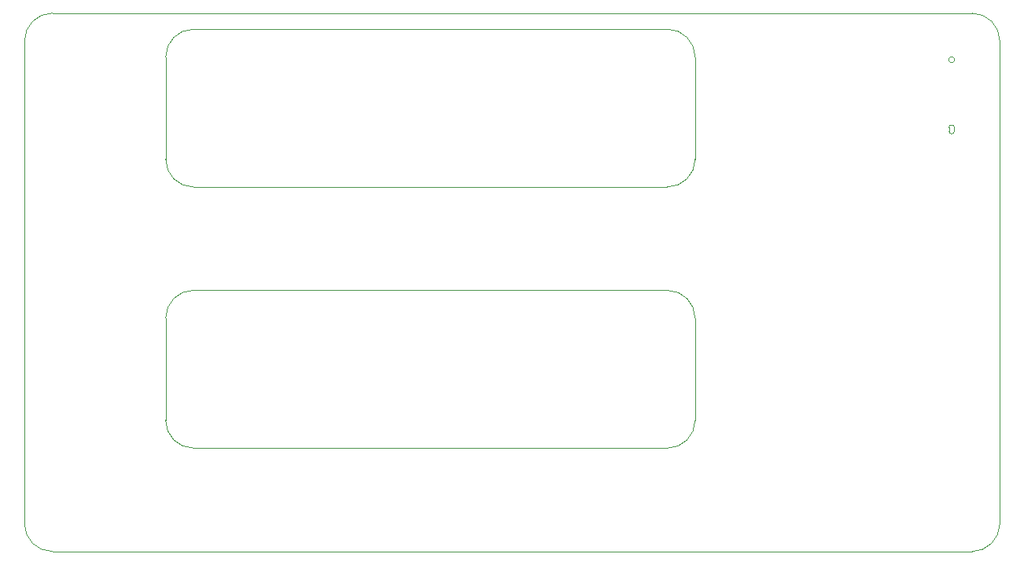
<source format=gbr>
%TF.GenerationSoftware,Altium Limited,Altium Designer,24.0.1 (36)*%
G04 Layer_Color=16711935*
%FSLAX45Y45*%
%MOMM*%
%TF.SameCoordinates,AAAF7447-B715-4BC7-9B32-5AEFA729C21C*%
%TF.FilePolarity,Positive*%
%TF.FileFunction,Other,Mechanical_1*%
%TF.Part,Single*%
G01*
G75*
%TA.AperFunction,NonConductor*%
%ADD129C,0.01270*%
%ADD130C,0.00508*%
D129*
X6920635Y4211200D02*
G03*
X7220635Y4511200I61J299939D01*
G01*
Y5612300D02*
G03*
X6920635Y5912300I-299939J61D01*
G01*
X1820635D02*
G03*
X1520635Y5612300I109J-300109D01*
G01*
Y4511200D02*
G03*
X1820635Y4211200I300109J109D01*
G01*
X1520635Y7324700D02*
G03*
X1820635Y7024700I300109J109D01*
G01*
Y8725800D02*
G03*
X1520635Y8425800I109J-300109D01*
G01*
X7220635Y8425800D02*
G03*
X6920635Y8725800I-299939J61D01*
G01*
Y7024700D02*
G03*
X7220635Y7324700I61J299939D01*
G01*
X10200635Y3098020D02*
G03*
X10500635Y3398020I61J299939D01*
G01*
X300635Y8898000D02*
G03*
X635Y8598000I-61J-299939D01*
G01*
X10500635Y8598000D02*
G03*
X10200635Y8898000I-299768J232D01*
G01*
X635Y3397999D02*
G03*
X300635Y3097999I300109J109D01*
G01*
X1820635Y4211200D02*
X6920635D01*
X1820635Y5912300D02*
X6920635D01*
X7220635Y4511200D02*
Y5612300D01*
X1520635Y4511200D02*
Y5612300D01*
Y7324700D02*
Y8425800D01*
X7220635Y7324700D02*
Y8425800D01*
X1820635Y8725800D02*
X6920635D01*
X1820635Y7024700D02*
X6920635D01*
X10500635Y8598000D02*
X10500635Y3398020D01*
X300635Y3097999D02*
X10200635Y3098000D01*
X300635Y8897999D02*
X10200635Y8898000D01*
X634Y8598000D02*
X635Y3397999D01*
D130*
X9953201Y7624498D02*
G03*
X9982205Y7596903I29004J1444D01*
G01*
X9982210Y7694511D02*
G03*
X9953211Y7665720I0J-29000D01*
G01*
X10011209D02*
G03*
X9982210Y7694511I-28999J-209D01*
G01*
X9982205Y7596903D02*
G03*
X10011199Y7624321I-0J29040D01*
G01*
X10015212Y8396326D02*
G03*
X10015212Y8396326I-33000J0D01*
G01*
X9953201Y7624498D02*
X9953211Y7665720D01*
X10011199Y7624321D02*
X10011209Y7665720D01*
%TF.MD5,6e8f3a05e39f6952784b8734cd5cb544*%
M02*

</source>
